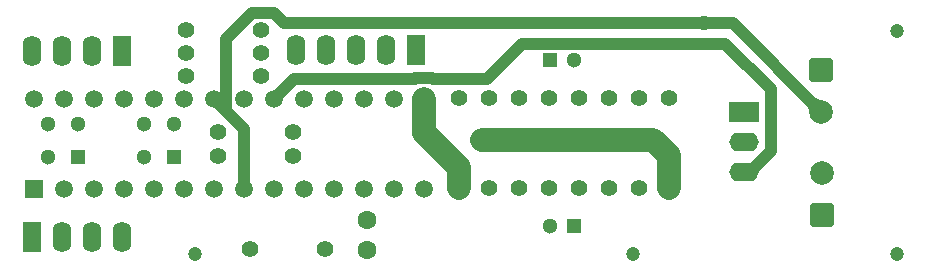
<source format=gbl>
G04*
G04 #@! TF.GenerationSoftware,Altium Limited,Altium Designer,21.4.1 (30)*
G04*
G04 Layer_Physical_Order=2*
G04 Layer_Color=16711680*
%FSLAX44Y44*%
%MOMM*%
G71*
G04*
G04 #@! TF.SameCoordinates,BDAD26CE-3B89-4697-9247-DFE5EB3C9538*
G04*
G04*
G04 #@! TF.FilePolarity,Positive*
G04*
G01*
G75*
%ADD46C,1.3000*%
%ADD47R,1.3000X1.3000*%
%ADD51C,1.0000*%
%ADD52C,2.0000*%
%ADD56C,1.2000*%
%ADD57C,1.3970*%
%ADD58O,1.6000X2.6000*%
%ADD59R,1.6000X2.6000*%
%ADD60C,1.4000*%
%ADD61R,1.4000X1.4000*%
%ADD62R,1.3000X1.3000*%
%ADD63R,2.5000X1.8000*%
%ADD64O,2.5000X1.6000*%
G04:AMPARAMS|DCode=65|XSize=2mm|YSize=2mm|CornerRadius=0.25mm|HoleSize=0mm|Usage=FLASHONLY|Rotation=270.000|XOffset=0mm|YOffset=0mm|HoleType=Round|Shape=RoundedRectangle|*
%AMROUNDEDRECTD65*
21,1,2.0000,1.5000,0,0,270.0*
21,1,1.5000,2.0000,0,0,270.0*
1,1,0.5000,-0.7500,-0.7500*
1,1,0.5000,-0.7500,0.7500*
1,1,0.5000,0.7500,0.7500*
1,1,0.5000,0.7500,-0.7500*
%
%ADD65ROUNDEDRECTD65*%
%ADD66C,2.0000*%
%ADD67C,1.5000*%
%ADD68R,1.5000X1.5000*%
%ADD69C,1.6000*%
%ADD70C,1.2700*%
G36*
X1236499Y1047226D02*
X1237274Y1046479D01*
X1238756Y1045224D01*
X1239463Y1044715D01*
X1240147Y1044285D01*
X1240809Y1043934D01*
X1241448Y1043663D01*
X1242065Y1043471D01*
X1242659Y1043357D01*
X1243230Y1043324D01*
X1233331Y1033424D01*
X1233297Y1033995D01*
X1233183Y1034589D01*
X1232991Y1035206D01*
X1232720Y1035845D01*
X1232369Y1036507D01*
X1231939Y1037191D01*
X1231430Y1037898D01*
X1230842Y1038628D01*
X1229428Y1040155D01*
X1236499Y1047226D01*
D02*
G37*
D46*
X1013694Y936244D02*
D03*
X1033694Y1076631D02*
D03*
X669798Y1023090D02*
D03*
Y995090D02*
D03*
X695198Y1023090D02*
D03*
X588772D02*
D03*
Y995090D02*
D03*
X614172Y1023090D02*
D03*
D47*
X695198Y995090D02*
D03*
X614172D02*
D03*
D51*
X797052Y1061212D02*
X899247D01*
X779780Y1043940D02*
X797052Y1061212D01*
X769366Y1063444D02*
X770126Y1062684D01*
X788599Y1108273D02*
X1168381D01*
X779686Y1117186D02*
X788599Y1108273D01*
X761365Y1117186D02*
X779686D01*
X739340Y1095161D02*
X761365Y1117186D01*
X739340Y1037710D02*
Y1095161D01*
X737275Y1035645D02*
X754380Y1018540D01*
X899515Y1061480D02*
X914045D01*
X960505Y1061212D02*
X989965Y1090671D01*
X914313Y1061212D02*
X960505D01*
X914045Y1061480D02*
X914313Y1061212D01*
X899247D02*
X899515Y1061480D01*
X989965Y1090671D02*
X1162055D01*
X728980Y1043940D02*
X737275Y1035645D01*
X1162055Y1090671D02*
X1200658Y1052068D01*
X754380Y967740D02*
Y1018540D01*
X1177544Y982218D02*
X1182878D01*
X1200658Y999998D02*
Y1052068D01*
X1182878Y982218D02*
X1200658Y999998D01*
X1168381Y1108273D02*
X1243330Y1033324D01*
D52*
X1101090Y1009396D02*
X1114044Y996442D01*
Y968240D02*
Y996442D01*
X956056Y1009396D02*
X1101090D01*
X906780Y1015492D02*
X936244Y986028D01*
Y968240D02*
Y986028D01*
X906780Y1015492D02*
Y1043940D01*
D56*
X1307592Y1101852D02*
D03*
Y913130D02*
D03*
X1084326D02*
D03*
X713232D02*
D03*
D57*
X705866Y1063444D02*
D03*
X769366D02*
D03*
Y1082775D02*
D03*
X705866D02*
D03*
X769366Y1102106D02*
D03*
X705866D02*
D03*
X796036Y1016254D02*
D03*
X732536D02*
D03*
X796036Y995934D02*
D03*
X732536D02*
D03*
X759659Y916940D02*
D03*
X823158D02*
D03*
D58*
X798380Y1085280D02*
D03*
X823780D02*
D03*
X849180D02*
D03*
X874580D02*
D03*
X574796Y1084980D02*
D03*
X600196D02*
D03*
X625596D02*
D03*
X650896Y927354D02*
D03*
X625496D02*
D03*
X600096D02*
D03*
D59*
X899980Y1085280D02*
D03*
X650996Y1084980D02*
D03*
X574696Y927354D02*
D03*
D60*
X1114044Y1044440D02*
D03*
X1088644D02*
D03*
X1063244D02*
D03*
X1037844D02*
D03*
X1012444D02*
D03*
X987044D02*
D03*
X961644D02*
D03*
X936244D02*
D03*
X1114044Y968240D02*
D03*
X1088644D02*
D03*
X1063244D02*
D03*
X1037844D02*
D03*
X1012444D02*
D03*
X987044D02*
D03*
X961644D02*
D03*
D61*
X936244D02*
D03*
D62*
X1033694Y936244D02*
D03*
X1013694Y1076631D02*
D03*
D63*
X1177544Y1033018D02*
D03*
D64*
Y1007618D02*
D03*
Y982218D02*
D03*
D65*
X1243330Y1068324D02*
D03*
X1243812Y946176D02*
D03*
D66*
X1243330Y1033324D02*
D03*
X1243812Y981176D02*
D03*
D67*
X906780Y1043940D02*
D03*
X881380D02*
D03*
X855980D02*
D03*
X830580D02*
D03*
X805180D02*
D03*
X779780D02*
D03*
X754380D02*
D03*
X728980D02*
D03*
X703580D02*
D03*
X678180D02*
D03*
X652780D02*
D03*
X627380D02*
D03*
X601980D02*
D03*
X576580D02*
D03*
X906780Y967740D02*
D03*
X881380D02*
D03*
X855980D02*
D03*
X830580D02*
D03*
X805180D02*
D03*
X779780D02*
D03*
X754380D02*
D03*
X728980D02*
D03*
X703580D02*
D03*
X678180D02*
D03*
X652780D02*
D03*
X627380D02*
D03*
X601980D02*
D03*
D68*
X576580D02*
D03*
D69*
X858520Y941578D02*
D03*
Y916178D02*
D03*
D70*
X956056Y1009396D02*
D03*
X1144199Y1108273D02*
D03*
M02*

</source>
